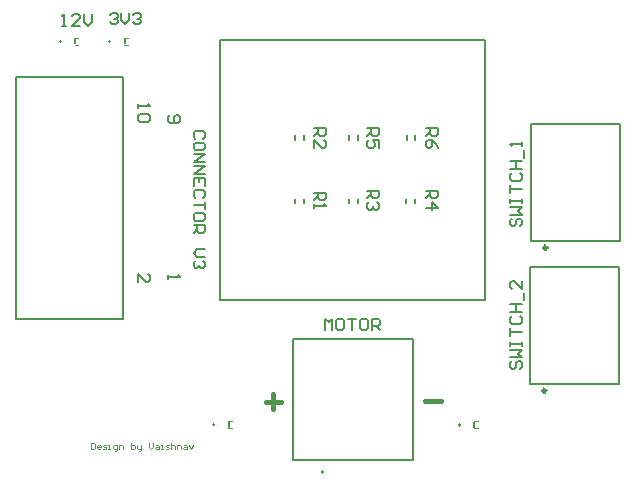
<source format=gto>
G04*
G04 #@! TF.GenerationSoftware,Altium Limited,Altium Designer,20.1.8 (145)*
G04*
G04 Layer_Color=65535*
%FSLAX25Y25*%
%MOIN*%
G70*
G04*
G04 #@! TF.SameCoordinates,611635AC-2D38-4810-A83E-F5D92711C283*
G04*
G04*
G04 #@! TF.FilePolarity,Positive*
G04*
G01*
G75*
%ADD10C,0.00591*%
%ADD11C,0.00787*%
%ADD12C,0.01181*%
%ADD13C,0.00394*%
%ADD14C,0.00500*%
%ADD15C,0.01575*%
%ADD16C,0.00600*%
%ADD17R,0.00689X0.02362*%
D10*
X149213Y13740D02*
G03*
X149213Y13740I-295J0D01*
G01*
X16169Y141550D02*
G03*
X16169Y141550I-295J0D01*
G01*
X32564D02*
G03*
X32564Y141550I-295J0D01*
G01*
X67323Y13740D02*
G03*
X67323Y13740I-295J0D01*
G01*
D11*
X103658Y-1969D02*
G03*
X103658Y-1969I-394J0D01*
G01*
X133913Y87631D02*
Y89206D01*
X131157Y87631D02*
Y89206D01*
X114913Y87631D02*
Y89206D01*
X112157Y87631D02*
Y89206D01*
X96913Y87631D02*
Y89206D01*
X94157Y87631D02*
Y89206D01*
X131299Y108661D02*
Y110236D01*
X134055Y108661D02*
Y110236D01*
X112157Y108677D02*
Y110252D01*
X114913Y108677D02*
Y110252D01*
X96913Y108677D02*
Y110252D01*
X94157Y108677D02*
Y110252D01*
X68973Y55504D02*
Y142118D01*
X157555D01*
Y55504D02*
Y142118D01*
X68973Y55504D02*
X157555D01*
X36614Y48996D02*
Y129744D01*
X1181D02*
X36614D01*
X1181Y48996D02*
X36614D01*
X1181D02*
Y129744D01*
X32283Y150524D02*
X32939Y151180D01*
X34251D01*
X34907Y150524D01*
Y149868D01*
X34251Y149212D01*
X33595D01*
X34251D01*
X34907Y148556D01*
Y147900D01*
X34251Y147244D01*
X32939D01*
X32283Y147900D01*
X36219Y151180D02*
Y148556D01*
X37531Y147244D01*
X38843Y148556D01*
Y151180D01*
X40155Y150524D02*
X40811Y151180D01*
X42123D01*
X42779Y150524D01*
Y149868D01*
X42123Y149212D01*
X41467D01*
X42123D01*
X42779Y148556D01*
Y147900D01*
X42123Y147244D01*
X40811D01*
X40155Y147900D01*
X16535Y146850D02*
X17847D01*
X17191D01*
Y150786D01*
X16535Y150130D01*
X22439Y146850D02*
X19815D01*
X22439Y149474D01*
Y150130D01*
X21783Y150786D01*
X20471D01*
X19815Y150130D01*
X23751Y150786D02*
Y148162D01*
X25063Y146850D01*
X26375Y148162D01*
Y150786D01*
X103937Y45276D02*
Y49211D01*
X105249Y47899D01*
X106561Y49211D01*
Y45276D01*
X109841Y49211D02*
X108529D01*
X107873Y48555D01*
Y45932D01*
X108529Y45276D01*
X109841D01*
X110497Y45932D01*
Y48555D01*
X109841Y49211D01*
X111809D02*
X114432D01*
X113120D01*
Y45276D01*
X117712Y49211D02*
X116400D01*
X115744Y48555D01*
Y45932D01*
X116400Y45276D01*
X117712D01*
X118368Y45932D01*
Y48555D01*
X117712Y49211D01*
X119680Y45276D02*
Y49211D01*
X121648D01*
X122304Y48555D01*
Y47243D01*
X121648Y46587D01*
X119680D01*
X120992D02*
X122304Y45276D01*
X166537Y82545D02*
X165881Y81889D01*
Y80577D01*
X166537Y79921D01*
X167193D01*
X167849Y80577D01*
Y81889D01*
X168505Y82545D01*
X169160D01*
X169817Y81889D01*
Y80577D01*
X169160Y79921D01*
X165881Y83857D02*
X169817D01*
X168505Y85169D01*
X169817Y86481D01*
X165881D01*
Y87793D02*
Y89105D01*
Y88449D01*
X169817D01*
Y87793D01*
Y89105D01*
X165881Y91072D02*
Y93696D01*
Y92384D01*
X169817D01*
X166537Y97632D02*
X165881Y96976D01*
Y95664D01*
X166537Y95008D01*
X169160D01*
X169817Y95664D01*
Y96976D01*
X169160Y97632D01*
X165881Y98944D02*
X169817D01*
X167849D01*
Y101568D01*
X165881D01*
X169817D01*
X170472Y102880D02*
Y105504D01*
X169817Y106816D02*
Y108127D01*
Y107471D01*
X165881D01*
X166537Y106816D01*
Y34907D02*
X165881Y34251D01*
Y32939D01*
X166537Y32283D01*
X167193D01*
X167849Y32939D01*
Y34251D01*
X168505Y34907D01*
X169160D01*
X169817Y34251D01*
Y32939D01*
X169160Y32283D01*
X165881Y36219D02*
X169817D01*
X168505Y37531D01*
X169817Y38843D01*
X165881D01*
Y40155D02*
Y41467D01*
Y40811D01*
X169817D01*
Y40155D01*
Y41467D01*
X165881Y43435D02*
Y46058D01*
Y44747D01*
X169817D01*
X166537Y49994D02*
X165881Y49338D01*
Y48026D01*
X166537Y47370D01*
X169160D01*
X169817Y48026D01*
Y49338D01*
X169160Y49994D01*
X165881Y51306D02*
X169817D01*
X167849D01*
Y53930D01*
X165881D01*
X169817D01*
X170472Y55242D02*
Y57866D01*
X169817Y61801D02*
Y59178D01*
X167193Y61801D01*
X166537D01*
X165881Y61146D01*
Y59834D01*
X166537Y59178D01*
X63516Y109187D02*
X64172Y109843D01*
Y111155D01*
X63516Y111811D01*
X60892D01*
X60236Y111155D01*
Y109843D01*
X60892Y109187D01*
X64172Y105907D02*
Y107219D01*
X63516Y107875D01*
X60892D01*
X60236Y107219D01*
Y105907D01*
X60892Y105252D01*
X63516D01*
X64172Y105907D01*
X60236Y103939D02*
X64172D01*
X60236Y101316D01*
X64172D01*
X60236Y100004D02*
X64172D01*
X60236Y97380D01*
X64172D01*
Y93444D02*
Y96068D01*
X60236D01*
Y93444D01*
X62204Y96068D02*
Y94756D01*
X63516Y89508D02*
X64172Y90164D01*
Y91476D01*
X63516Y92132D01*
X60892D01*
X60236Y91476D01*
Y90164D01*
X60892Y89508D01*
X64172Y88197D02*
Y85573D01*
Y86885D01*
X60236D01*
X64172Y82293D02*
Y83605D01*
X63516Y84261D01*
X60892D01*
X60236Y83605D01*
Y82293D01*
X60892Y81637D01*
X63516D01*
X64172Y82293D01*
X60236Y80325D02*
X64172D01*
Y78357D01*
X63516Y77701D01*
X62204D01*
X61548Y78357D01*
Y80325D01*
Y79013D02*
X60236Y77701D01*
X64172Y72454D02*
X61548D01*
X60236Y71142D01*
X61548Y69830D01*
X64172D01*
X63516Y68518D02*
X64172Y67862D01*
Y66550D01*
X63516Y65894D01*
X62860D01*
X62204Y66550D01*
Y67206D01*
Y66550D01*
X61548Y65894D01*
X60892D01*
X60236Y66550D01*
Y67862D01*
X60892Y68518D01*
X100394Y91207D02*
X104330D01*
Y89239D01*
X103674Y88583D01*
X102362D01*
X101706Y89239D01*
Y91207D01*
Y89895D02*
X100394Y88583D01*
Y87271D02*
Y85959D01*
Y86615D01*
X104330D01*
X103674Y87271D01*
X100394Y112729D02*
X104330D01*
Y110761D01*
X103674Y110105D01*
X102362D01*
X101706Y110761D01*
Y112729D01*
Y111417D02*
X100394Y110105D01*
Y106169D02*
Y108793D01*
X103018Y106169D01*
X103674D01*
X104330Y106825D01*
Y108137D01*
X103674Y108793D01*
X118111Y91862D02*
X122047D01*
Y89895D01*
X121391Y89239D01*
X120079D01*
X119423Y89895D01*
Y91862D01*
Y90551D02*
X118111Y89239D01*
X121391Y87927D02*
X122047Y87271D01*
Y85959D01*
X121391Y85303D01*
X120735D01*
X120079Y85959D01*
Y86615D01*
Y85959D01*
X119423Y85303D01*
X118767D01*
X118111Y85959D01*
Y87271D01*
X118767Y87927D01*
X137796Y91862D02*
X141732D01*
Y89895D01*
X141076Y89239D01*
X139764D01*
X139108Y89895D01*
Y91862D01*
Y90551D02*
X137796Y89239D01*
Y85959D02*
X141732D01*
X139764Y87927D01*
Y85303D01*
X118111Y112729D02*
X122047D01*
Y110761D01*
X121391Y110105D01*
X120079D01*
X119423Y110761D01*
Y112729D01*
Y111417D02*
X118111Y110105D01*
X122047Y106169D02*
Y108793D01*
X120079D01*
X120735Y107481D01*
Y106825D01*
X120079Y106169D01*
X118767D01*
X118111Y106825D01*
Y108137D01*
X118767Y108793D01*
X137796Y112729D02*
X141732D01*
Y110761D01*
X141076Y110105D01*
X139764D01*
X139108Y110761D01*
Y112729D01*
Y111417D02*
X137796Y110105D01*
X141732Y106169D02*
X141076Y107481D01*
X139764Y108793D01*
X138452D01*
X137796Y108137D01*
Y106825D01*
X138452Y106169D01*
X139108D01*
X139764Y106825D01*
Y108793D01*
D12*
X178116Y72835D02*
G03*
X178116Y72835I-557J0D01*
G01*
X177722Y25197D02*
G03*
X177722Y25197I-557J0D01*
G01*
D13*
X153740Y12559D02*
X154921D01*
X153740Y14921D02*
X154921D01*
X20697Y140369D02*
X21878D01*
X20697Y142731D02*
X21878D01*
X37092Y140369D02*
X38273D01*
X37092Y142731D02*
X38273D01*
X71850Y12559D02*
X73032D01*
X71850Y14921D02*
X73032D01*
X25984Y7742D02*
Y5774D01*
X26968D01*
X27296Y6102D01*
Y7414D01*
X26968Y7742D01*
X25984D01*
X28936Y5774D02*
X28280D01*
X27952Y6102D01*
Y6758D01*
X28280Y7086D01*
X28936D01*
X29264Y6758D01*
Y6430D01*
X27952D01*
X29920Y5774D02*
X30904D01*
X31232Y6102D01*
X30904Y6430D01*
X30248D01*
X29920Y6758D01*
X30248Y7086D01*
X31232D01*
X31888Y5774D02*
X32544D01*
X32216D01*
Y7086D01*
X31888D01*
X34184Y5118D02*
X34512D01*
X34840Y5446D01*
Y7086D01*
X33856D01*
X33528Y6758D01*
Y6102D01*
X33856Y5774D01*
X34840D01*
X35496D02*
Y7086D01*
X36479D01*
X36808Y6758D01*
Y5774D01*
X39431Y7742D02*
Y5774D01*
X40415D01*
X40743Y6102D01*
Y6430D01*
Y6758D01*
X40415Y7086D01*
X39431D01*
X41399D02*
Y6102D01*
X41727Y5774D01*
X42711D01*
Y5446D01*
X42383Y5118D01*
X42055D01*
X42711Y5774D02*
Y7086D01*
X45335Y7742D02*
Y6430D01*
X45991Y5774D01*
X46647Y6430D01*
Y7742D01*
X47631Y7086D02*
X48287D01*
X48615Y6758D01*
Y5774D01*
X47631D01*
X47303Y6102D01*
X47631Y6430D01*
X48615D01*
X49271Y5774D02*
X49926D01*
X49599D01*
Y7086D01*
X49271D01*
X50911Y5774D02*
X51894D01*
X52222Y6102D01*
X51894Y6430D01*
X51239D01*
X50911Y6758D01*
X51239Y7086D01*
X52222D01*
X52878Y7742D02*
Y5774D01*
Y6758D01*
X53206Y7086D01*
X53862D01*
X54190Y6758D01*
Y5774D01*
X54846D02*
Y7086D01*
X55830D01*
X56158Y6758D01*
Y5774D01*
X57142Y7086D02*
X57798D01*
X58126Y6758D01*
Y5774D01*
X57142D01*
X56814Y6102D01*
X57142Y6430D01*
X58126D01*
X58782Y7086D02*
X59438Y5774D01*
X60094Y7086D01*
D14*
X93264Y1968D02*
X133264D01*
X93264Y42323D02*
X133264D01*
Y1968D02*
Y42323D01*
X93264Y1968D02*
Y42323D01*
X202559Y75000D02*
Y113976D01*
X172638D02*
X202559D01*
X172638Y75000D02*
X202559D01*
X172638D02*
Y113976D01*
X202166Y27362D02*
Y66339D01*
X172244D02*
X202166D01*
X172244Y27362D02*
X202166D01*
X172244D02*
Y66339D01*
D15*
X137402Y21654D02*
X142649D01*
X84252Y21521D02*
X89500D01*
X86876Y24145D02*
Y18898D01*
D16*
X52399Y117087D02*
X51732Y116420D01*
Y115087D01*
X52399Y114421D01*
X55064D01*
X55731Y115087D01*
Y116420D01*
X55064Y117087D01*
X54398D01*
X53732Y116420D01*
Y114421D01*
X41732Y120866D02*
Y119533D01*
Y120200D01*
X45731D01*
X45065Y120866D01*
Y117534D02*
X45731Y116867D01*
Y115534D01*
X45065Y114868D01*
X42399D01*
X41732Y115534D01*
Y116867D01*
X42399Y117534D01*
X45065D01*
X41732Y61350D02*
Y64016D01*
X44398Y61350D01*
X45065D01*
X45731Y62016D01*
Y63349D01*
X45065Y64016D01*
X51732Y63622D02*
Y62289D01*
Y62956D01*
X55731D01*
X55064Y63622D01*
D17*
X153888Y13740D02*
D03*
X20845Y141550D02*
D03*
X37239Y141550D02*
D03*
X71998Y13740D02*
D03*
M02*

</source>
